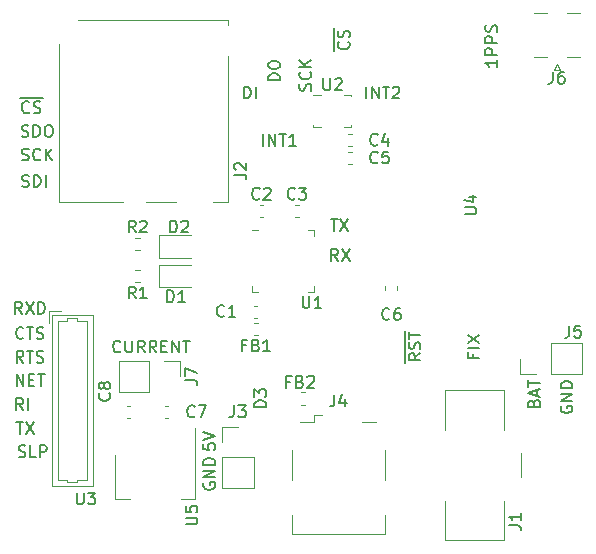
<source format=gbr>
%TF.GenerationSoftware,KiCad,Pcbnew,(6.0.1)*%
%TF.CreationDate,2022-05-25T14:38:50-05:00*%
%TF.ProjectId,aatr-sensor,61617472-2d73-4656-9e73-6f722e6b6963,1*%
%TF.SameCoordinates,Original*%
%TF.FileFunction,Legend,Top*%
%TF.FilePolarity,Positive*%
%FSLAX46Y46*%
G04 Gerber Fmt 4.6, Leading zero omitted, Abs format (unit mm)*
G04 Created by KiCad (PCBNEW (6.0.1)) date 2022-05-25 14:38:50*
%MOMM*%
%LPD*%
G01*
G04 APERTURE LIST*
%ADD10C,0.150000*%
%ADD11C,0.120000*%
%ADD12C,0.100000*%
G04 APERTURE END LIST*
D10*
X109928571Y-101107142D02*
X109880952Y-101154761D01*
X109738095Y-101202380D01*
X109642857Y-101202380D01*
X109500000Y-101154761D01*
X109404761Y-101059523D01*
X109357142Y-100964285D01*
X109309523Y-100773809D01*
X109309523Y-100630952D01*
X109357142Y-100440476D01*
X109404761Y-100345238D01*
X109500000Y-100250000D01*
X109642857Y-100202380D01*
X109738095Y-100202380D01*
X109880952Y-100250000D01*
X109928571Y-100297619D01*
X110357142Y-100202380D02*
X110357142Y-101011904D01*
X110404761Y-101107142D01*
X110452380Y-101154761D01*
X110547619Y-101202380D01*
X110738095Y-101202380D01*
X110833333Y-101154761D01*
X110880952Y-101107142D01*
X110928571Y-101011904D01*
X110928571Y-100202380D01*
X111976190Y-101202380D02*
X111642857Y-100726190D01*
X111404761Y-101202380D02*
X111404761Y-100202380D01*
X111785714Y-100202380D01*
X111880952Y-100250000D01*
X111928571Y-100297619D01*
X111976190Y-100392857D01*
X111976190Y-100535714D01*
X111928571Y-100630952D01*
X111880952Y-100678571D01*
X111785714Y-100726190D01*
X111404761Y-100726190D01*
X112976190Y-101202380D02*
X112642857Y-100726190D01*
X112404761Y-101202380D02*
X112404761Y-100202380D01*
X112785714Y-100202380D01*
X112880952Y-100250000D01*
X112928571Y-100297619D01*
X112976190Y-100392857D01*
X112976190Y-100535714D01*
X112928571Y-100630952D01*
X112880952Y-100678571D01*
X112785714Y-100726190D01*
X112404761Y-100726190D01*
X113404761Y-100678571D02*
X113738095Y-100678571D01*
X113880952Y-101202380D02*
X113404761Y-101202380D01*
X113404761Y-100202380D01*
X113880952Y-100202380D01*
X114309523Y-101202380D02*
X114309523Y-100202380D01*
X114880952Y-101202380D01*
X114880952Y-100202380D01*
X115214285Y-100202380D02*
X115785714Y-100202380D01*
X115500000Y-101202380D02*
X115500000Y-100202380D01*
X127738095Y-89952380D02*
X128309523Y-89952380D01*
X128023809Y-90952380D02*
X128023809Y-89952380D01*
X128547619Y-89952380D02*
X129214285Y-90952380D01*
X129214285Y-89952380D02*
X128547619Y-90952380D01*
X144928571Y-105488095D02*
X144976190Y-105345238D01*
X145023809Y-105297619D01*
X145119047Y-105250000D01*
X145261904Y-105250000D01*
X145357142Y-105297619D01*
X145404761Y-105345238D01*
X145452380Y-105440476D01*
X145452380Y-105821428D01*
X144452380Y-105821428D01*
X144452380Y-105488095D01*
X144500000Y-105392857D01*
X144547619Y-105345238D01*
X144642857Y-105297619D01*
X144738095Y-105297619D01*
X144833333Y-105345238D01*
X144880952Y-105392857D01*
X144928571Y-105488095D01*
X144928571Y-105821428D01*
X145166666Y-104869047D02*
X145166666Y-104392857D01*
X145452380Y-104964285D02*
X144452380Y-104630952D01*
X145452380Y-104297619D01*
X144452380Y-104107142D02*
X144452380Y-103535714D01*
X145452380Y-103821428D02*
X144452380Y-103821428D01*
X101589285Y-84904761D02*
X101732142Y-84952380D01*
X101970238Y-84952380D01*
X102065476Y-84904761D01*
X102113095Y-84857142D01*
X102160714Y-84761904D01*
X102160714Y-84666666D01*
X102113095Y-84571428D01*
X102065476Y-84523809D01*
X101970238Y-84476190D01*
X101779761Y-84428571D01*
X101684523Y-84380952D01*
X101636904Y-84333333D01*
X101589285Y-84238095D01*
X101589285Y-84142857D01*
X101636904Y-84047619D01*
X101684523Y-84000000D01*
X101779761Y-83952380D01*
X102017857Y-83952380D01*
X102160714Y-84000000D01*
X103160714Y-84857142D02*
X103113095Y-84904761D01*
X102970238Y-84952380D01*
X102875000Y-84952380D01*
X102732142Y-84904761D01*
X102636904Y-84809523D01*
X102589285Y-84714285D01*
X102541666Y-84523809D01*
X102541666Y-84380952D01*
X102589285Y-84190476D01*
X102636904Y-84095238D01*
X102732142Y-84000000D01*
X102875000Y-83952380D01*
X102970238Y-83952380D01*
X103113095Y-84000000D01*
X103160714Y-84047619D01*
X103589285Y-84952380D02*
X103589285Y-83952380D01*
X104160714Y-84952380D02*
X103732142Y-84380952D01*
X104160714Y-83952380D02*
X103589285Y-84523809D01*
X101702380Y-99982142D02*
X101654761Y-100029761D01*
X101511904Y-100077380D01*
X101416666Y-100077380D01*
X101273809Y-100029761D01*
X101178571Y-99934523D01*
X101130952Y-99839285D01*
X101083333Y-99648809D01*
X101083333Y-99505952D01*
X101130952Y-99315476D01*
X101178571Y-99220238D01*
X101273809Y-99125000D01*
X101416666Y-99077380D01*
X101511904Y-99077380D01*
X101654761Y-99125000D01*
X101702380Y-99172619D01*
X101988095Y-99077380D02*
X102559523Y-99077380D01*
X102273809Y-100077380D02*
X102273809Y-99077380D01*
X102845238Y-100029761D02*
X102988095Y-100077380D01*
X103226190Y-100077380D01*
X103321428Y-100029761D01*
X103369047Y-99982142D01*
X103416666Y-99886904D01*
X103416666Y-99791666D01*
X103369047Y-99696428D01*
X103321428Y-99648809D01*
X103226190Y-99601190D01*
X103035714Y-99553571D01*
X102940476Y-99505952D01*
X102892857Y-99458333D01*
X102845238Y-99363095D01*
X102845238Y-99267857D01*
X102892857Y-99172619D01*
X102940476Y-99125000D01*
X103035714Y-99077380D01*
X103273809Y-99077380D01*
X103416666Y-99125000D01*
X101601190Y-87154761D02*
X101744047Y-87202380D01*
X101982142Y-87202380D01*
X102077380Y-87154761D01*
X102125000Y-87107142D01*
X102172619Y-87011904D01*
X102172619Y-86916666D01*
X102125000Y-86821428D01*
X102077380Y-86773809D01*
X101982142Y-86726190D01*
X101791666Y-86678571D01*
X101696428Y-86630952D01*
X101648809Y-86583333D01*
X101601190Y-86488095D01*
X101601190Y-86392857D01*
X101648809Y-86297619D01*
X101696428Y-86250000D01*
X101791666Y-86202380D01*
X102029761Y-86202380D01*
X102172619Y-86250000D01*
X102601190Y-87202380D02*
X102601190Y-86202380D01*
X102839285Y-86202380D01*
X102982142Y-86250000D01*
X103077380Y-86345238D01*
X103125000Y-86440476D01*
X103172619Y-86630952D01*
X103172619Y-86773809D01*
X103125000Y-86964285D01*
X103077380Y-87059523D01*
X102982142Y-87154761D01*
X102839285Y-87202380D01*
X102601190Y-87202380D01*
X103601190Y-87202380D02*
X103601190Y-86202380D01*
X101583333Y-97952380D02*
X101250000Y-97476190D01*
X101011904Y-97952380D02*
X101011904Y-96952380D01*
X101392857Y-96952380D01*
X101488095Y-97000000D01*
X101535714Y-97047619D01*
X101583333Y-97142857D01*
X101583333Y-97285714D01*
X101535714Y-97380952D01*
X101488095Y-97428571D01*
X101392857Y-97476190D01*
X101011904Y-97476190D01*
X101916666Y-96952380D02*
X102583333Y-97952380D01*
X102583333Y-96952380D02*
X101916666Y-97952380D01*
X102964285Y-97952380D02*
X102964285Y-96952380D01*
X103202380Y-96952380D01*
X103345238Y-97000000D01*
X103440476Y-97095238D01*
X103488095Y-97190476D01*
X103535714Y-97380952D01*
X103535714Y-97523809D01*
X103488095Y-97714285D01*
X103440476Y-97809523D01*
X103345238Y-97904761D01*
X103202380Y-97952380D01*
X102964285Y-97952380D01*
X117000000Y-112261904D02*
X116952380Y-112357142D01*
X116952380Y-112500000D01*
X117000000Y-112642857D01*
X117095238Y-112738095D01*
X117190476Y-112785714D01*
X117380952Y-112833333D01*
X117523809Y-112833333D01*
X117714285Y-112785714D01*
X117809523Y-112738095D01*
X117904761Y-112642857D01*
X117952380Y-112500000D01*
X117952380Y-112404761D01*
X117904761Y-112261904D01*
X117857142Y-112214285D01*
X117523809Y-112214285D01*
X117523809Y-112404761D01*
X117952380Y-111785714D02*
X116952380Y-111785714D01*
X117952380Y-111214285D01*
X116952380Y-111214285D01*
X117952380Y-110738095D02*
X116952380Y-110738095D01*
X116952380Y-110500000D01*
X117000000Y-110357142D01*
X117095238Y-110261904D01*
X117190476Y-110214285D01*
X117380952Y-110166666D01*
X117523809Y-110166666D01*
X117714285Y-110214285D01*
X117809523Y-110261904D01*
X117904761Y-110357142D01*
X117952380Y-110500000D01*
X117952380Y-110738095D01*
X123452380Y-78164404D02*
X122452380Y-78164404D01*
X122452380Y-77926309D01*
X122500000Y-77783452D01*
X122595238Y-77688214D01*
X122690476Y-77640595D01*
X122880952Y-77592976D01*
X123023809Y-77592976D01*
X123214285Y-77640595D01*
X123309523Y-77688214D01*
X123404761Y-77783452D01*
X123452380Y-77926309D01*
X123452380Y-78164404D01*
X122452380Y-76973928D02*
X122452380Y-76783452D01*
X122500000Y-76688214D01*
X122595238Y-76592976D01*
X122785714Y-76545357D01*
X123119047Y-76545357D01*
X123309523Y-76592976D01*
X123404761Y-76688214D01*
X123452380Y-76783452D01*
X123452380Y-76973928D01*
X123404761Y-77069166D01*
X123309523Y-77164404D01*
X123119047Y-77212023D01*
X122785714Y-77212023D01*
X122595238Y-77164404D01*
X122500000Y-77069166D01*
X122452380Y-76973928D01*
X126029761Y-79035714D02*
X126077380Y-78892857D01*
X126077380Y-78654761D01*
X126029761Y-78559523D01*
X125982142Y-78511904D01*
X125886904Y-78464285D01*
X125791666Y-78464285D01*
X125696428Y-78511904D01*
X125648809Y-78559523D01*
X125601190Y-78654761D01*
X125553571Y-78845238D01*
X125505952Y-78940476D01*
X125458333Y-78988095D01*
X125363095Y-79035714D01*
X125267857Y-79035714D01*
X125172619Y-78988095D01*
X125125000Y-78940476D01*
X125077380Y-78845238D01*
X125077380Y-78607142D01*
X125125000Y-78464285D01*
X125982142Y-77464285D02*
X126029761Y-77511904D01*
X126077380Y-77654761D01*
X126077380Y-77750000D01*
X126029761Y-77892857D01*
X125934523Y-77988095D01*
X125839285Y-78035714D01*
X125648809Y-78083333D01*
X125505952Y-78083333D01*
X125315476Y-78035714D01*
X125220238Y-77988095D01*
X125125000Y-77892857D01*
X125077380Y-77750000D01*
X125077380Y-77654761D01*
X125125000Y-77511904D01*
X125172619Y-77464285D01*
X126077380Y-77035714D02*
X125077380Y-77035714D01*
X126077380Y-76464285D02*
X125505952Y-76892857D01*
X125077380Y-76464285D02*
X125648809Y-77035714D01*
X128333333Y-93452380D02*
X128000000Y-92976190D01*
X127761904Y-93452380D02*
X127761904Y-92452380D01*
X128142857Y-92452380D01*
X128238095Y-92500000D01*
X128285714Y-92547619D01*
X128333333Y-92642857D01*
X128333333Y-92785714D01*
X128285714Y-92880952D01*
X128238095Y-92928571D01*
X128142857Y-92976190D01*
X127761904Y-92976190D01*
X128666666Y-92452380D02*
X129333333Y-93452380D01*
X129333333Y-92452380D02*
X128666666Y-93452380D01*
X128045000Y-75726190D02*
X128045000Y-74726190D01*
X129232142Y-74916666D02*
X129279761Y-74964285D01*
X129327380Y-75107142D01*
X129327380Y-75202380D01*
X129279761Y-75345238D01*
X129184523Y-75440476D01*
X129089285Y-75488095D01*
X128898809Y-75535714D01*
X128755952Y-75535714D01*
X128565476Y-75488095D01*
X128470238Y-75440476D01*
X128375000Y-75345238D01*
X128327380Y-75202380D01*
X128327380Y-75107142D01*
X128375000Y-74964285D01*
X128422619Y-74916666D01*
X128045000Y-74726190D02*
X128045000Y-73773809D01*
X129279761Y-74535714D02*
X129327380Y-74392857D01*
X129327380Y-74154761D01*
X129279761Y-74059523D01*
X129232142Y-74011904D01*
X129136904Y-73964285D01*
X129041666Y-73964285D01*
X128946428Y-74011904D01*
X128898809Y-74059523D01*
X128851190Y-74154761D01*
X128803571Y-74345238D01*
X128755952Y-74440476D01*
X128708333Y-74488095D01*
X128613095Y-74535714D01*
X128517857Y-74535714D01*
X128422619Y-74488095D01*
X128375000Y-74440476D01*
X128327380Y-74345238D01*
X128327380Y-74107142D01*
X128375000Y-73964285D01*
X101130952Y-104077380D02*
X101130952Y-103077380D01*
X101702380Y-104077380D01*
X101702380Y-103077380D01*
X102178571Y-103553571D02*
X102511904Y-103553571D01*
X102654761Y-104077380D02*
X102178571Y-104077380D01*
X102178571Y-103077380D01*
X102654761Y-103077380D01*
X102940476Y-103077380D02*
X103511904Y-103077380D01*
X103226190Y-104077380D02*
X103226190Y-103077380D01*
X101702380Y-102077380D02*
X101369047Y-101601190D01*
X101130952Y-102077380D02*
X101130952Y-101077380D01*
X101511904Y-101077380D01*
X101607142Y-101125000D01*
X101654761Y-101172619D01*
X101702380Y-101267857D01*
X101702380Y-101410714D01*
X101654761Y-101505952D01*
X101607142Y-101553571D01*
X101511904Y-101601190D01*
X101130952Y-101601190D01*
X101988095Y-101077380D02*
X102559523Y-101077380D01*
X102273809Y-102077380D02*
X102273809Y-101077380D01*
X102845238Y-102029761D02*
X102988095Y-102077380D01*
X103226190Y-102077380D01*
X103321428Y-102029761D01*
X103369047Y-101982142D01*
X103416666Y-101886904D01*
X103416666Y-101791666D01*
X103369047Y-101696428D01*
X103321428Y-101648809D01*
X103226190Y-101601190D01*
X103035714Y-101553571D01*
X102940476Y-101505952D01*
X102892857Y-101458333D01*
X102845238Y-101363095D01*
X102845238Y-101267857D01*
X102892857Y-101172619D01*
X102940476Y-101125000D01*
X103035714Y-101077380D01*
X103273809Y-101077380D01*
X103416666Y-101125000D01*
X116952380Y-108940476D02*
X116952380Y-109416666D01*
X117428571Y-109464285D01*
X117380952Y-109416666D01*
X117333333Y-109321428D01*
X117333333Y-109083333D01*
X117380952Y-108988095D01*
X117428571Y-108940476D01*
X117523809Y-108892857D01*
X117761904Y-108892857D01*
X117857142Y-108940476D01*
X117904761Y-108988095D01*
X117952380Y-109083333D01*
X117952380Y-109321428D01*
X117904761Y-109416666D01*
X117857142Y-109464285D01*
X116952380Y-108607142D02*
X117952380Y-108273809D01*
X116952380Y-107940476D01*
X139803571Y-101321428D02*
X139803571Y-101654761D01*
X140327380Y-101654761D02*
X139327380Y-101654761D01*
X139327380Y-101178571D01*
X140327380Y-100797619D02*
X139327380Y-100797619D01*
X139327380Y-100416666D02*
X140327380Y-99750000D01*
X139327380Y-99750000D02*
X140327380Y-100416666D01*
X141827380Y-76440476D02*
X141827380Y-77011904D01*
X141827380Y-76726190D02*
X140827380Y-76726190D01*
X140970238Y-76821428D01*
X141065476Y-76916666D01*
X141113095Y-77011904D01*
X141827380Y-76011904D02*
X140827380Y-76011904D01*
X140827380Y-75630952D01*
X140875000Y-75535714D01*
X140922619Y-75488095D01*
X141017857Y-75440476D01*
X141160714Y-75440476D01*
X141255952Y-75488095D01*
X141303571Y-75535714D01*
X141351190Y-75630952D01*
X141351190Y-76011904D01*
X141827380Y-75011904D02*
X140827380Y-75011904D01*
X140827380Y-74630952D01*
X140875000Y-74535714D01*
X140922619Y-74488095D01*
X141017857Y-74440476D01*
X141160714Y-74440476D01*
X141255952Y-74488095D01*
X141303571Y-74535714D01*
X141351190Y-74630952D01*
X141351190Y-75011904D01*
X141779761Y-74059523D02*
X141827380Y-73916666D01*
X141827380Y-73678571D01*
X141779761Y-73583333D01*
X141732142Y-73535714D01*
X141636904Y-73488095D01*
X141541666Y-73488095D01*
X141446428Y-73535714D01*
X141398809Y-73583333D01*
X141351190Y-73678571D01*
X141303571Y-73869047D01*
X141255952Y-73964285D01*
X141208333Y-74011904D01*
X141113095Y-74059523D01*
X141017857Y-74059523D01*
X140922619Y-74011904D01*
X140875000Y-73964285D01*
X140827380Y-73869047D01*
X140827380Y-73630952D01*
X140875000Y-73488095D01*
X147250000Y-105761904D02*
X147202380Y-105857142D01*
X147202380Y-106000000D01*
X147250000Y-106142857D01*
X147345238Y-106238095D01*
X147440476Y-106285714D01*
X147630952Y-106333333D01*
X147773809Y-106333333D01*
X147964285Y-106285714D01*
X148059523Y-106238095D01*
X148154761Y-106142857D01*
X148202380Y-106000000D01*
X148202380Y-105904761D01*
X148154761Y-105761904D01*
X148107142Y-105714285D01*
X147773809Y-105714285D01*
X147773809Y-105904761D01*
X148202380Y-105285714D02*
X147202380Y-105285714D01*
X148202380Y-104714285D01*
X147202380Y-104714285D01*
X148202380Y-104238095D02*
X147202380Y-104238095D01*
X147202380Y-104000000D01*
X147250000Y-103857142D01*
X147345238Y-103761904D01*
X147440476Y-103714285D01*
X147630952Y-103666666D01*
X147773809Y-103666666D01*
X147964285Y-103714285D01*
X148059523Y-103761904D01*
X148154761Y-103857142D01*
X148202380Y-104000000D01*
X148202380Y-104238095D01*
X134045000Y-102107142D02*
X134045000Y-101107142D01*
X135327380Y-101297619D02*
X134851190Y-101630952D01*
X135327380Y-101869047D02*
X134327380Y-101869047D01*
X134327380Y-101488095D01*
X134375000Y-101392857D01*
X134422619Y-101345238D01*
X134517857Y-101297619D01*
X134660714Y-101297619D01*
X134755952Y-101345238D01*
X134803571Y-101392857D01*
X134851190Y-101488095D01*
X134851190Y-101869047D01*
X134045000Y-101107142D02*
X134045000Y-100154761D01*
X135279761Y-100916666D02*
X135327380Y-100773809D01*
X135327380Y-100535714D01*
X135279761Y-100440476D01*
X135232142Y-100392857D01*
X135136904Y-100345238D01*
X135041666Y-100345238D01*
X134946428Y-100392857D01*
X134898809Y-100440476D01*
X134851190Y-100535714D01*
X134803571Y-100726190D01*
X134755952Y-100821428D01*
X134708333Y-100869047D01*
X134613095Y-100916666D01*
X134517857Y-100916666D01*
X134422619Y-100869047D01*
X134375000Y-100821428D01*
X134327380Y-100726190D01*
X134327380Y-100488095D01*
X134375000Y-100345238D01*
X134045000Y-100154761D02*
X134045000Y-99392857D01*
X134327380Y-100059523D02*
X134327380Y-99488095D01*
X135327380Y-99773809D02*
X134327380Y-99773809D01*
X101309523Y-110029761D02*
X101452380Y-110077380D01*
X101690476Y-110077380D01*
X101785714Y-110029761D01*
X101833333Y-109982142D01*
X101880952Y-109886904D01*
X101880952Y-109791666D01*
X101833333Y-109696428D01*
X101785714Y-109648809D01*
X101690476Y-109601190D01*
X101500000Y-109553571D01*
X101404761Y-109505952D01*
X101357142Y-109458333D01*
X101309523Y-109363095D01*
X101309523Y-109267857D01*
X101357142Y-109172619D01*
X101404761Y-109125000D01*
X101500000Y-109077380D01*
X101738095Y-109077380D01*
X101880952Y-109125000D01*
X102785714Y-110077380D02*
X102309523Y-110077380D01*
X102309523Y-109077380D01*
X103119047Y-110077380D02*
X103119047Y-109077380D01*
X103500000Y-109077380D01*
X103595238Y-109125000D01*
X103642857Y-109172619D01*
X103690476Y-109267857D01*
X103690476Y-109410714D01*
X103642857Y-109505952D01*
X103595238Y-109553571D01*
X103500000Y-109601190D01*
X103119047Y-109601190D01*
X101565476Y-82904761D02*
X101708333Y-82952380D01*
X101946428Y-82952380D01*
X102041666Y-82904761D01*
X102089285Y-82857142D01*
X102136904Y-82761904D01*
X102136904Y-82666666D01*
X102089285Y-82571428D01*
X102041666Y-82523809D01*
X101946428Y-82476190D01*
X101755952Y-82428571D01*
X101660714Y-82380952D01*
X101613095Y-82333333D01*
X101565476Y-82238095D01*
X101565476Y-82142857D01*
X101613095Y-82047619D01*
X101660714Y-82000000D01*
X101755952Y-81952380D01*
X101994047Y-81952380D01*
X102136904Y-82000000D01*
X102565476Y-82952380D02*
X102565476Y-81952380D01*
X102803571Y-81952380D01*
X102946428Y-82000000D01*
X103041666Y-82095238D01*
X103089285Y-82190476D01*
X103136904Y-82380952D01*
X103136904Y-82523809D01*
X103089285Y-82714285D01*
X103041666Y-82809523D01*
X102946428Y-82904761D01*
X102803571Y-82952380D01*
X102565476Y-82952380D01*
X103755952Y-81952380D02*
X103946428Y-81952380D01*
X104041666Y-82000000D01*
X104136904Y-82095238D01*
X104184523Y-82285714D01*
X104184523Y-82619047D01*
X104136904Y-82809523D01*
X104041666Y-82904761D01*
X103946428Y-82952380D01*
X103755952Y-82952380D01*
X103660714Y-82904761D01*
X103565476Y-82809523D01*
X103517857Y-82619047D01*
X103517857Y-82285714D01*
X103565476Y-82095238D01*
X103660714Y-82000000D01*
X103755952Y-81952380D01*
X120375000Y-79702380D02*
X120375000Y-78702380D01*
X120613095Y-78702380D01*
X120755952Y-78750000D01*
X120851190Y-78845238D01*
X120898809Y-78940476D01*
X120946428Y-79130952D01*
X120946428Y-79273809D01*
X120898809Y-79464285D01*
X120851190Y-79559523D01*
X120755952Y-79654761D01*
X120613095Y-79702380D01*
X120375000Y-79702380D01*
X121375000Y-79702380D02*
X121375000Y-78702380D01*
X101398809Y-79670000D02*
X102398809Y-79670000D01*
X102208333Y-80857142D02*
X102160714Y-80904761D01*
X102017857Y-80952380D01*
X101922619Y-80952380D01*
X101779761Y-80904761D01*
X101684523Y-80809523D01*
X101636904Y-80714285D01*
X101589285Y-80523809D01*
X101589285Y-80380952D01*
X101636904Y-80190476D01*
X101684523Y-80095238D01*
X101779761Y-80000000D01*
X101922619Y-79952380D01*
X102017857Y-79952380D01*
X102160714Y-80000000D01*
X102208333Y-80047619D01*
X102398809Y-79670000D02*
X103351190Y-79670000D01*
X102589285Y-80904761D02*
X102732142Y-80952380D01*
X102970238Y-80952380D01*
X103065476Y-80904761D01*
X103113095Y-80857142D01*
X103160714Y-80761904D01*
X103160714Y-80666666D01*
X103113095Y-80571428D01*
X103065476Y-80523809D01*
X102970238Y-80476190D01*
X102779761Y-80428571D01*
X102684523Y-80380952D01*
X102636904Y-80333333D01*
X102589285Y-80238095D01*
X102589285Y-80142857D01*
X102636904Y-80047619D01*
X102684523Y-80000000D01*
X102779761Y-79952380D01*
X103017857Y-79952380D01*
X103160714Y-80000000D01*
X101696428Y-106077380D02*
X101363095Y-105601190D01*
X101125000Y-106077380D02*
X101125000Y-105077380D01*
X101505952Y-105077380D01*
X101601190Y-105125000D01*
X101648809Y-105172619D01*
X101696428Y-105267857D01*
X101696428Y-105410714D01*
X101648809Y-105505952D01*
X101601190Y-105553571D01*
X101505952Y-105601190D01*
X101125000Y-105601190D01*
X102125000Y-106077380D02*
X102125000Y-105077380D01*
X121994047Y-83702380D02*
X121994047Y-82702380D01*
X122470238Y-83702380D02*
X122470238Y-82702380D01*
X123041666Y-83702380D01*
X123041666Y-82702380D01*
X123375000Y-82702380D02*
X123946428Y-82702380D01*
X123660714Y-83702380D02*
X123660714Y-82702380D01*
X124803571Y-83702380D02*
X124232142Y-83702380D01*
X124517857Y-83702380D02*
X124517857Y-82702380D01*
X124422619Y-82845238D01*
X124327380Y-82940476D01*
X124232142Y-82988095D01*
X130744047Y-79702380D02*
X130744047Y-78702380D01*
X131220238Y-79702380D02*
X131220238Y-78702380D01*
X131791666Y-79702380D01*
X131791666Y-78702380D01*
X132125000Y-78702380D02*
X132696428Y-78702380D01*
X132410714Y-79702380D02*
X132410714Y-78702380D01*
X132982142Y-78797619D02*
X133029761Y-78750000D01*
X133125000Y-78702380D01*
X133363095Y-78702380D01*
X133458333Y-78750000D01*
X133505952Y-78797619D01*
X133553571Y-78892857D01*
X133553571Y-78988095D01*
X133505952Y-79130952D01*
X132934523Y-79702380D01*
X133553571Y-79702380D01*
X101113095Y-107077380D02*
X101684523Y-107077380D01*
X101398809Y-108077380D02*
X101398809Y-107077380D01*
X101922619Y-107077380D02*
X102589285Y-108077380D01*
X102589285Y-107077380D02*
X101922619Y-108077380D01*
%TO.C,U5*%
X115452380Y-115761904D02*
X116261904Y-115761904D01*
X116357142Y-115714285D01*
X116404761Y-115666666D01*
X116452380Y-115571428D01*
X116452380Y-115380952D01*
X116404761Y-115285714D01*
X116357142Y-115238095D01*
X116261904Y-115190476D01*
X115452380Y-115190476D01*
X115452380Y-114238095D02*
X115452380Y-114714285D01*
X115928571Y-114761904D01*
X115880952Y-114714285D01*
X115833333Y-114619047D01*
X115833333Y-114380952D01*
X115880952Y-114285714D01*
X115928571Y-114238095D01*
X116023809Y-114190476D01*
X116261904Y-114190476D01*
X116357142Y-114238095D01*
X116404761Y-114285714D01*
X116452380Y-114380952D01*
X116452380Y-114619047D01*
X116404761Y-114714285D01*
X116357142Y-114761904D01*
%TO.C,U3*%
X106238095Y-113074880D02*
X106238095Y-113884404D01*
X106285714Y-113979642D01*
X106333333Y-114027261D01*
X106428571Y-114074880D01*
X106619047Y-114074880D01*
X106714285Y-114027261D01*
X106761904Y-113979642D01*
X106809523Y-113884404D01*
X106809523Y-113074880D01*
X107190476Y-113074880D02*
X107809523Y-113074880D01*
X107476190Y-113455833D01*
X107619047Y-113455833D01*
X107714285Y-113503452D01*
X107761904Y-113551071D01*
X107809523Y-113646309D01*
X107809523Y-113884404D01*
X107761904Y-113979642D01*
X107714285Y-114027261D01*
X107619047Y-114074880D01*
X107333333Y-114074880D01*
X107238095Y-114027261D01*
X107190476Y-113979642D01*
%TO.C,J4*%
X128041666Y-104789880D02*
X128041666Y-105504166D01*
X127994047Y-105647023D01*
X127898809Y-105742261D01*
X127755952Y-105789880D01*
X127660714Y-105789880D01*
X128946428Y-105123214D02*
X128946428Y-105789880D01*
X128708333Y-104742261D02*
X128470238Y-105456547D01*
X129089285Y-105456547D01*
%TO.C,J6*%
X146541666Y-77452380D02*
X146541666Y-78166666D01*
X146494047Y-78309523D01*
X146398809Y-78404761D01*
X146255952Y-78452380D01*
X146160714Y-78452380D01*
X147446428Y-77452380D02*
X147255952Y-77452380D01*
X147160714Y-77500000D01*
X147113095Y-77547619D01*
X147017857Y-77690476D01*
X146970238Y-77880952D01*
X146970238Y-78261904D01*
X147017857Y-78357142D01*
X147065476Y-78404761D01*
X147160714Y-78452380D01*
X147351190Y-78452380D01*
X147446428Y-78404761D01*
X147494047Y-78357142D01*
X147541666Y-78261904D01*
X147541666Y-78023809D01*
X147494047Y-77928571D01*
X147446428Y-77880952D01*
X147351190Y-77833333D01*
X147160714Y-77833333D01*
X147065476Y-77880952D01*
X147017857Y-77928571D01*
X146970238Y-78023809D01*
%TO.C,J5*%
X147916666Y-98952380D02*
X147916666Y-99666666D01*
X147869047Y-99809523D01*
X147773809Y-99904761D01*
X147630952Y-99952380D01*
X147535714Y-99952380D01*
X148869047Y-98952380D02*
X148392857Y-98952380D01*
X148345238Y-99428571D01*
X148392857Y-99380952D01*
X148488095Y-99333333D01*
X148726190Y-99333333D01*
X148821428Y-99380952D01*
X148869047Y-99428571D01*
X148916666Y-99523809D01*
X148916666Y-99761904D01*
X148869047Y-99857142D01*
X148821428Y-99904761D01*
X148726190Y-99952380D01*
X148488095Y-99952380D01*
X148392857Y-99904761D01*
X148345238Y-99857142D01*
%TO.C,J7*%
X115432380Y-103583333D02*
X116146666Y-103583333D01*
X116289523Y-103630952D01*
X116384761Y-103726190D01*
X116432380Y-103869047D01*
X116432380Y-103964285D01*
X115432380Y-103202380D02*
X115432380Y-102535714D01*
X116432380Y-102964285D01*
%TO.C,C3*%
X124708333Y-88177142D02*
X124660714Y-88224761D01*
X124517857Y-88272380D01*
X124422619Y-88272380D01*
X124279761Y-88224761D01*
X124184523Y-88129523D01*
X124136904Y-88034285D01*
X124089285Y-87843809D01*
X124089285Y-87700952D01*
X124136904Y-87510476D01*
X124184523Y-87415238D01*
X124279761Y-87320000D01*
X124422619Y-87272380D01*
X124517857Y-87272380D01*
X124660714Y-87320000D01*
X124708333Y-87367619D01*
X125041666Y-87272380D02*
X125660714Y-87272380D01*
X125327380Y-87653333D01*
X125470238Y-87653333D01*
X125565476Y-87700952D01*
X125613095Y-87748571D01*
X125660714Y-87843809D01*
X125660714Y-88081904D01*
X125613095Y-88177142D01*
X125565476Y-88224761D01*
X125470238Y-88272380D01*
X125184523Y-88272380D01*
X125089285Y-88224761D01*
X125041666Y-88177142D01*
%TO.C,C5*%
X131708333Y-85107142D02*
X131660714Y-85154761D01*
X131517857Y-85202380D01*
X131422619Y-85202380D01*
X131279761Y-85154761D01*
X131184523Y-85059523D01*
X131136904Y-84964285D01*
X131089285Y-84773809D01*
X131089285Y-84630952D01*
X131136904Y-84440476D01*
X131184523Y-84345238D01*
X131279761Y-84250000D01*
X131422619Y-84202380D01*
X131517857Y-84202380D01*
X131660714Y-84250000D01*
X131708333Y-84297619D01*
X132613095Y-84202380D02*
X132136904Y-84202380D01*
X132089285Y-84678571D01*
X132136904Y-84630952D01*
X132232142Y-84583333D01*
X132470238Y-84583333D01*
X132565476Y-84630952D01*
X132613095Y-84678571D01*
X132660714Y-84773809D01*
X132660714Y-85011904D01*
X132613095Y-85107142D01*
X132565476Y-85154761D01*
X132470238Y-85202380D01*
X132232142Y-85202380D01*
X132136904Y-85154761D01*
X132089285Y-85107142D01*
%TO.C,R1*%
X111208333Y-96632380D02*
X110875000Y-96156190D01*
X110636904Y-96632380D02*
X110636904Y-95632380D01*
X111017857Y-95632380D01*
X111113095Y-95680000D01*
X111160714Y-95727619D01*
X111208333Y-95822857D01*
X111208333Y-95965714D01*
X111160714Y-96060952D01*
X111113095Y-96108571D01*
X111017857Y-96156190D01*
X110636904Y-96156190D01*
X112160714Y-96632380D02*
X111589285Y-96632380D01*
X111875000Y-96632380D02*
X111875000Y-95632380D01*
X111779761Y-95775238D01*
X111684523Y-95870476D01*
X111589285Y-95918095D01*
%TO.C,FB2*%
X124291666Y-103678571D02*
X123958333Y-103678571D01*
X123958333Y-104202380D02*
X123958333Y-103202380D01*
X124434523Y-103202380D01*
X125148809Y-103678571D02*
X125291666Y-103726190D01*
X125339285Y-103773809D01*
X125386904Y-103869047D01*
X125386904Y-104011904D01*
X125339285Y-104107142D01*
X125291666Y-104154761D01*
X125196428Y-104202380D01*
X124815476Y-104202380D01*
X124815476Y-103202380D01*
X125148809Y-103202380D01*
X125244047Y-103250000D01*
X125291666Y-103297619D01*
X125339285Y-103392857D01*
X125339285Y-103488095D01*
X125291666Y-103583333D01*
X125244047Y-103630952D01*
X125148809Y-103678571D01*
X124815476Y-103678571D01*
X125767857Y-103297619D02*
X125815476Y-103250000D01*
X125910714Y-103202380D01*
X126148809Y-103202380D01*
X126244047Y-103250000D01*
X126291666Y-103297619D01*
X126339285Y-103392857D01*
X126339285Y-103488095D01*
X126291666Y-103630952D01*
X125720238Y-104202380D01*
X126339285Y-104202380D01*
%TO.C,C6*%
X132708333Y-98357142D02*
X132660714Y-98404761D01*
X132517857Y-98452380D01*
X132422619Y-98452380D01*
X132279761Y-98404761D01*
X132184523Y-98309523D01*
X132136904Y-98214285D01*
X132089285Y-98023809D01*
X132089285Y-97880952D01*
X132136904Y-97690476D01*
X132184523Y-97595238D01*
X132279761Y-97500000D01*
X132422619Y-97452380D01*
X132517857Y-97452380D01*
X132660714Y-97500000D01*
X132708333Y-97547619D01*
X133565476Y-97452380D02*
X133375000Y-97452380D01*
X133279761Y-97500000D01*
X133232142Y-97547619D01*
X133136904Y-97690476D01*
X133089285Y-97880952D01*
X133089285Y-98261904D01*
X133136904Y-98357142D01*
X133184523Y-98404761D01*
X133279761Y-98452380D01*
X133470238Y-98452380D01*
X133565476Y-98404761D01*
X133613095Y-98357142D01*
X133660714Y-98261904D01*
X133660714Y-98023809D01*
X133613095Y-97928571D01*
X133565476Y-97880952D01*
X133470238Y-97833333D01*
X133279761Y-97833333D01*
X133184523Y-97880952D01*
X133136904Y-97928571D01*
X133089285Y-98023809D01*
%TO.C,U2*%
X127113095Y-78002380D02*
X127113095Y-78811904D01*
X127160714Y-78907142D01*
X127208333Y-78954761D01*
X127303571Y-79002380D01*
X127494047Y-79002380D01*
X127589285Y-78954761D01*
X127636904Y-78907142D01*
X127684523Y-78811904D01*
X127684523Y-78002380D01*
X128113095Y-78097619D02*
X128160714Y-78050000D01*
X128255952Y-78002380D01*
X128494047Y-78002380D01*
X128589285Y-78050000D01*
X128636904Y-78097619D01*
X128684523Y-78192857D01*
X128684523Y-78288095D01*
X128636904Y-78430952D01*
X128065476Y-79002380D01*
X128684523Y-79002380D01*
%TO.C,U4*%
X139077380Y-89511904D02*
X139886904Y-89511904D01*
X139982142Y-89464285D01*
X140029761Y-89416666D01*
X140077380Y-89321428D01*
X140077380Y-89130952D01*
X140029761Y-89035714D01*
X139982142Y-88988095D01*
X139886904Y-88940476D01*
X139077380Y-88940476D01*
X139410714Y-88035714D02*
X140077380Y-88035714D01*
X139029761Y-88273809D02*
X139744047Y-88511904D01*
X139744047Y-87892857D01*
%TO.C,R2*%
X111208333Y-91047380D02*
X110875000Y-90571190D01*
X110636904Y-91047380D02*
X110636904Y-90047380D01*
X111017857Y-90047380D01*
X111113095Y-90095000D01*
X111160714Y-90142619D01*
X111208333Y-90237857D01*
X111208333Y-90380714D01*
X111160714Y-90475952D01*
X111113095Y-90523571D01*
X111017857Y-90571190D01*
X110636904Y-90571190D01*
X111589285Y-90142619D02*
X111636904Y-90095000D01*
X111732142Y-90047380D01*
X111970238Y-90047380D01*
X112065476Y-90095000D01*
X112113095Y-90142619D01*
X112160714Y-90237857D01*
X112160714Y-90333095D01*
X112113095Y-90475952D01*
X111541666Y-91047380D01*
X112160714Y-91047380D01*
%TO.C,J1*%
X142827380Y-115833333D02*
X143541666Y-115833333D01*
X143684523Y-115880952D01*
X143779761Y-115976190D01*
X143827380Y-116119047D01*
X143827380Y-116214285D01*
X143827380Y-114833333D02*
X143827380Y-115404761D01*
X143827380Y-115119047D02*
X142827380Y-115119047D01*
X142970238Y-115214285D01*
X143065476Y-115309523D01*
X143113095Y-115404761D01*
%TO.C,C4*%
X131708333Y-83607142D02*
X131660714Y-83654761D01*
X131517857Y-83702380D01*
X131422619Y-83702380D01*
X131279761Y-83654761D01*
X131184523Y-83559523D01*
X131136904Y-83464285D01*
X131089285Y-83273809D01*
X131089285Y-83130952D01*
X131136904Y-82940476D01*
X131184523Y-82845238D01*
X131279761Y-82750000D01*
X131422619Y-82702380D01*
X131517857Y-82702380D01*
X131660714Y-82750000D01*
X131708333Y-82797619D01*
X132565476Y-83035714D02*
X132565476Y-83702380D01*
X132327380Y-82654761D02*
X132089285Y-83369047D01*
X132708333Y-83369047D01*
%TO.C,C8*%
X108982142Y-104666666D02*
X109029761Y-104714285D01*
X109077380Y-104857142D01*
X109077380Y-104952380D01*
X109029761Y-105095238D01*
X108934523Y-105190476D01*
X108839285Y-105238095D01*
X108648809Y-105285714D01*
X108505952Y-105285714D01*
X108315476Y-105238095D01*
X108220238Y-105190476D01*
X108125000Y-105095238D01*
X108077380Y-104952380D01*
X108077380Y-104857142D01*
X108125000Y-104714285D01*
X108172619Y-104666666D01*
X108505952Y-104095238D02*
X108458333Y-104190476D01*
X108410714Y-104238095D01*
X108315476Y-104285714D01*
X108267857Y-104285714D01*
X108172619Y-104238095D01*
X108125000Y-104190476D01*
X108077380Y-104095238D01*
X108077380Y-103904761D01*
X108125000Y-103809523D01*
X108172619Y-103761904D01*
X108267857Y-103714285D01*
X108315476Y-103714285D01*
X108410714Y-103761904D01*
X108458333Y-103809523D01*
X108505952Y-103904761D01*
X108505952Y-104095238D01*
X108553571Y-104190476D01*
X108601190Y-104238095D01*
X108696428Y-104285714D01*
X108886904Y-104285714D01*
X108982142Y-104238095D01*
X109029761Y-104190476D01*
X109077380Y-104095238D01*
X109077380Y-103904761D01*
X109029761Y-103809523D01*
X108982142Y-103761904D01*
X108886904Y-103714285D01*
X108696428Y-103714285D01*
X108601190Y-103761904D01*
X108553571Y-103809523D01*
X108505952Y-103904761D01*
%TO.C,D2*%
X114136904Y-91052380D02*
X114136904Y-90052380D01*
X114375000Y-90052380D01*
X114517857Y-90100000D01*
X114613095Y-90195238D01*
X114660714Y-90290476D01*
X114708333Y-90480952D01*
X114708333Y-90623809D01*
X114660714Y-90814285D01*
X114613095Y-90909523D01*
X114517857Y-91004761D01*
X114375000Y-91052380D01*
X114136904Y-91052380D01*
X115089285Y-90147619D02*
X115136904Y-90100000D01*
X115232142Y-90052380D01*
X115470238Y-90052380D01*
X115565476Y-90100000D01*
X115613095Y-90147619D01*
X115660714Y-90242857D01*
X115660714Y-90338095D01*
X115613095Y-90480952D01*
X115041666Y-91052380D01*
X115660714Y-91052380D01*
%TO.C,C7*%
X116208333Y-106607142D02*
X116160714Y-106654761D01*
X116017857Y-106702380D01*
X115922619Y-106702380D01*
X115779761Y-106654761D01*
X115684523Y-106559523D01*
X115636904Y-106464285D01*
X115589285Y-106273809D01*
X115589285Y-106130952D01*
X115636904Y-105940476D01*
X115684523Y-105845238D01*
X115779761Y-105750000D01*
X115922619Y-105702380D01*
X116017857Y-105702380D01*
X116160714Y-105750000D01*
X116208333Y-105797619D01*
X116541666Y-105702380D02*
X117208333Y-105702380D01*
X116779761Y-106702380D01*
%TO.C,C1*%
X118708333Y-98107142D02*
X118660714Y-98154761D01*
X118517857Y-98202380D01*
X118422619Y-98202380D01*
X118279761Y-98154761D01*
X118184523Y-98059523D01*
X118136904Y-97964285D01*
X118089285Y-97773809D01*
X118089285Y-97630952D01*
X118136904Y-97440476D01*
X118184523Y-97345238D01*
X118279761Y-97250000D01*
X118422619Y-97202380D01*
X118517857Y-97202380D01*
X118660714Y-97250000D01*
X118708333Y-97297619D01*
X119660714Y-98202380D02*
X119089285Y-98202380D01*
X119375000Y-98202380D02*
X119375000Y-97202380D01*
X119279761Y-97345238D01*
X119184523Y-97440476D01*
X119089285Y-97488095D01*
%TO.C,J3*%
X119541666Y-105702380D02*
X119541666Y-106416666D01*
X119494047Y-106559523D01*
X119398809Y-106654761D01*
X119255952Y-106702380D01*
X119160714Y-106702380D01*
X119922619Y-105702380D02*
X120541666Y-105702380D01*
X120208333Y-106083333D01*
X120351190Y-106083333D01*
X120446428Y-106130952D01*
X120494047Y-106178571D01*
X120541666Y-106273809D01*
X120541666Y-106511904D01*
X120494047Y-106607142D01*
X120446428Y-106654761D01*
X120351190Y-106702380D01*
X120065476Y-106702380D01*
X119970238Y-106654761D01*
X119922619Y-106607142D01*
%TO.C,U1*%
X125363095Y-96452380D02*
X125363095Y-97261904D01*
X125410714Y-97357142D01*
X125458333Y-97404761D01*
X125553571Y-97452380D01*
X125744047Y-97452380D01*
X125839285Y-97404761D01*
X125886904Y-97357142D01*
X125934523Y-97261904D01*
X125934523Y-96452380D01*
X126934523Y-97452380D02*
X126363095Y-97452380D01*
X126648809Y-97452380D02*
X126648809Y-96452380D01*
X126553571Y-96595238D01*
X126458333Y-96690476D01*
X126363095Y-96738095D01*
%TO.C,D3*%
X122277380Y-105850595D02*
X121277380Y-105850595D01*
X121277380Y-105612500D01*
X121325000Y-105469642D01*
X121420238Y-105374404D01*
X121515476Y-105326785D01*
X121705952Y-105279166D01*
X121848809Y-105279166D01*
X122039285Y-105326785D01*
X122134523Y-105374404D01*
X122229761Y-105469642D01*
X122277380Y-105612500D01*
X122277380Y-105850595D01*
X121277380Y-104945833D02*
X121277380Y-104326785D01*
X121658333Y-104660119D01*
X121658333Y-104517261D01*
X121705952Y-104422023D01*
X121753571Y-104374404D01*
X121848809Y-104326785D01*
X122086904Y-104326785D01*
X122182142Y-104374404D01*
X122229761Y-104422023D01*
X122277380Y-104517261D01*
X122277380Y-104802976D01*
X122229761Y-104898214D01*
X122182142Y-104945833D01*
%TO.C,D1*%
X113886904Y-96952380D02*
X113886904Y-95952380D01*
X114125000Y-95952380D01*
X114267857Y-96000000D01*
X114363095Y-96095238D01*
X114410714Y-96190476D01*
X114458333Y-96380952D01*
X114458333Y-96523809D01*
X114410714Y-96714285D01*
X114363095Y-96809523D01*
X114267857Y-96904761D01*
X114125000Y-96952380D01*
X113886904Y-96952380D01*
X115410714Y-96952380D02*
X114839285Y-96952380D01*
X115125000Y-96952380D02*
X115125000Y-95952380D01*
X115029761Y-96095238D01*
X114934523Y-96190476D01*
X114839285Y-96238095D01*
%TO.C,C2*%
X121708333Y-88177142D02*
X121660714Y-88224761D01*
X121517857Y-88272380D01*
X121422619Y-88272380D01*
X121279761Y-88224761D01*
X121184523Y-88129523D01*
X121136904Y-88034285D01*
X121089285Y-87843809D01*
X121089285Y-87700952D01*
X121136904Y-87510476D01*
X121184523Y-87415238D01*
X121279761Y-87320000D01*
X121422619Y-87272380D01*
X121517857Y-87272380D01*
X121660714Y-87320000D01*
X121708333Y-87367619D01*
X122089285Y-87367619D02*
X122136904Y-87320000D01*
X122232142Y-87272380D01*
X122470238Y-87272380D01*
X122565476Y-87320000D01*
X122613095Y-87367619D01*
X122660714Y-87462857D01*
X122660714Y-87558095D01*
X122613095Y-87700952D01*
X122041666Y-88272380D01*
X122660714Y-88272380D01*
%TO.C,J2*%
X119582380Y-86163333D02*
X120296666Y-86163333D01*
X120439523Y-86210952D01*
X120534761Y-86306190D01*
X120582380Y-86449047D01*
X120582380Y-86544285D01*
X119677619Y-85734761D02*
X119630000Y-85687142D01*
X119582380Y-85591904D01*
X119582380Y-85353809D01*
X119630000Y-85258571D01*
X119677619Y-85210952D01*
X119772857Y-85163333D01*
X119868095Y-85163333D01*
X120010952Y-85210952D01*
X120582380Y-85782380D01*
X120582380Y-85163333D01*
%TO.C,FB1*%
X120541666Y-100608571D02*
X120208333Y-100608571D01*
X120208333Y-101132380D02*
X120208333Y-100132380D01*
X120684523Y-100132380D01*
X121398809Y-100608571D02*
X121541666Y-100656190D01*
X121589285Y-100703809D01*
X121636904Y-100799047D01*
X121636904Y-100941904D01*
X121589285Y-101037142D01*
X121541666Y-101084761D01*
X121446428Y-101132380D01*
X121065476Y-101132380D01*
X121065476Y-100132380D01*
X121398809Y-100132380D01*
X121494047Y-100180000D01*
X121541666Y-100227619D01*
X121589285Y-100322857D01*
X121589285Y-100418095D01*
X121541666Y-100513333D01*
X121494047Y-100560952D01*
X121398809Y-100608571D01*
X121065476Y-100608571D01*
X122589285Y-101132380D02*
X122017857Y-101132380D01*
X122303571Y-101132380D02*
X122303571Y-100132380D01*
X122208333Y-100275238D01*
X122113095Y-100370476D01*
X122017857Y-100418095D01*
D11*
%TO.C,U5*%
X109465000Y-109862500D02*
X109465000Y-113622500D01*
X109465000Y-113622500D02*
X110725000Y-113622500D01*
X116285000Y-107612500D02*
X116285000Y-113622500D01*
X116285000Y-113622500D02*
X115025000Y-113622500D01*
%TO.C,U3*%
X104165000Y-98015000D02*
X104165000Y-112485000D01*
X104675000Y-105250000D02*
X104675000Y-98525000D01*
X104675000Y-105250000D02*
X104675000Y-111975000D01*
X105425000Y-112175000D02*
X106225000Y-112175000D01*
X107585000Y-112485000D02*
X107585000Y-98015000D01*
X103875000Y-97725000D02*
X104875000Y-97725000D01*
X106225000Y-98525000D02*
X107075000Y-98525000D01*
X106225000Y-111975000D02*
X107075000Y-111975000D01*
X107585000Y-98015000D02*
X104165000Y-98015000D01*
X107075000Y-111975000D02*
X107075000Y-105250000D01*
X105425000Y-98325000D02*
X106225000Y-98325000D01*
X106225000Y-112175000D02*
X106225000Y-111975000D01*
X104165000Y-112485000D02*
X107585000Y-112485000D01*
X105425000Y-111975000D02*
X105425000Y-112175000D01*
X106225000Y-98325000D02*
X106225000Y-98525000D01*
X104675000Y-98525000D02*
X105425000Y-98525000D01*
X107075000Y-98525000D02*
X107075000Y-105250000D01*
X104675000Y-111975000D02*
X105425000Y-111975000D01*
X105425000Y-98525000D02*
X105425000Y-98325000D01*
X103875000Y-97725000D02*
X103875000Y-98725000D01*
%TO.C,J4*%
X126325000Y-106537500D02*
X127025000Y-106537500D01*
X132335000Y-116597500D02*
X132335000Y-114937500D01*
X132335000Y-109437500D02*
X132335000Y-112037500D01*
X124415000Y-114937500D02*
X124415000Y-116597500D01*
X126325000Y-107127500D02*
X126325000Y-106537500D01*
X124415000Y-112037500D02*
X124415000Y-109437500D01*
X125175000Y-107127500D02*
X126325000Y-107127500D01*
X124415000Y-116597500D02*
X132335000Y-116597500D01*
X130425000Y-107127500D02*
X131575000Y-107127500D01*
%TO.C,J6*%
X148825000Y-76210000D02*
X147715000Y-76210000D01*
X146625000Y-77260000D02*
X147125000Y-77260000D01*
X146035000Y-72500000D02*
X144925000Y-72500000D01*
X146875000Y-76760000D02*
X146625000Y-77260000D01*
X147125000Y-77260000D02*
X146875000Y-76760000D01*
X148825000Y-72500000D02*
X147715000Y-72500000D01*
X146035000Y-76210000D02*
X144925000Y-76210000D01*
%TO.C,J5*%
X145100000Y-103080000D02*
X143770000Y-103080000D01*
X148970000Y-103080000D02*
X148970000Y-100420000D01*
X146370000Y-103080000D02*
X148970000Y-103080000D01*
X146370000Y-103080000D02*
X146370000Y-100420000D01*
X143770000Y-103080000D02*
X143770000Y-101750000D01*
X146370000Y-100420000D02*
X148970000Y-100420000D01*
%TO.C,J7*%
X113650000Y-101920000D02*
X114980000Y-101920000D01*
X109780000Y-101920000D02*
X109780000Y-104580000D01*
X112380000Y-101920000D02*
X109780000Y-101920000D01*
X112380000Y-101920000D02*
X112380000Y-104580000D01*
X114980000Y-101920000D02*
X114980000Y-103250000D01*
X112380000Y-104580000D02*
X109780000Y-104580000D01*
%TO.C,C3*%
X124734420Y-89760000D02*
X125015580Y-89760000D01*
X124734420Y-88740000D02*
X125015580Y-88740000D01*
%TO.C,C5*%
X129234420Y-85260000D02*
X129515580Y-85260000D01*
X129234420Y-84240000D02*
X129515580Y-84240000D01*
%TO.C,R1*%
X111612258Y-94227500D02*
X111137742Y-94227500D01*
X111612258Y-95272500D02*
X111137742Y-95272500D01*
%TO.C,FB2*%
X125537779Y-104602500D02*
X125212221Y-104602500D01*
X125537779Y-105622500D02*
X125212221Y-105622500D01*
%TO.C,C6*%
X132365000Y-95609420D02*
X132365000Y-95890580D01*
X133385000Y-95609420D02*
X133385000Y-95890580D01*
%TO.C,U2*%
X129485000Y-79390000D02*
X129485000Y-79540000D01*
X129485000Y-82110000D02*
X129485000Y-81960000D01*
X128835000Y-82110000D02*
X129485000Y-82110000D01*
X126915000Y-82110000D02*
X126265000Y-82110000D01*
X126915000Y-79390000D02*
X126265000Y-79390000D01*
X126265000Y-82110000D02*
X126265000Y-81960000D01*
X128835000Y-79390000D02*
X129485000Y-79390000D01*
%TO.C,R2*%
X111137742Y-92547500D02*
X111612258Y-92547500D01*
X111137742Y-91502500D02*
X111612258Y-91502500D01*
%TO.C,J1*%
X137375000Y-117100000D02*
X137375000Y-113750000D01*
X142375000Y-104400000D02*
X137375000Y-104400000D01*
X143875000Y-111750000D02*
X143875000Y-109750000D01*
X142375000Y-104400000D02*
X142375000Y-107750000D01*
X137375000Y-117100000D02*
X142375000Y-117100000D01*
X137375000Y-104400000D02*
X137375000Y-107750000D01*
X142375000Y-117100000D02*
X142375000Y-113750000D01*
%TO.C,C4*%
X129234420Y-83760000D02*
X129515580Y-83760000D01*
X129234420Y-82740000D02*
X129515580Y-82740000D01*
%TO.C,C8*%
X110459420Y-106760000D02*
X110740580Y-106760000D01*
X110459420Y-105740000D02*
X110740580Y-105740000D01*
%TO.C,D2*%
X113190000Y-93210000D02*
X115875000Y-93210000D01*
X113190000Y-91290000D02*
X113190000Y-93210000D01*
X115875000Y-91290000D02*
X113190000Y-91290000D01*
%TO.C,C7*%
X113684420Y-106760000D02*
X113965580Y-106760000D01*
X113684420Y-105740000D02*
X113965580Y-105740000D01*
%TO.C,C1*%
X121234420Y-98260000D02*
X121515580Y-98260000D01*
X121234420Y-97240000D02*
X121515580Y-97240000D01*
%TO.C,J3*%
X118545000Y-108837500D02*
X118545000Y-107507500D01*
X118545000Y-112707500D02*
X121205000Y-112707500D01*
X118545000Y-110107500D02*
X118545000Y-112707500D01*
X118545000Y-110107500D02*
X121205000Y-110107500D01*
X118545000Y-107507500D02*
X119875000Y-107507500D01*
X121205000Y-110107500D02*
X121205000Y-112707500D01*
%TO.C,U1*%
X121065000Y-96060000D02*
X121065000Y-95585000D01*
X125810000Y-90840000D02*
X126285000Y-90840000D01*
X125810000Y-96060000D02*
X126285000Y-96060000D01*
X126285000Y-90840000D02*
X126285000Y-91315000D01*
X121540000Y-96060000D02*
X121065000Y-96060000D01*
X126285000Y-96060000D02*
X126285000Y-95585000D01*
X121540000Y-90840000D02*
X121065000Y-90840000D01*
D12*
%TO.C,D3*%
X122925000Y-105972500D02*
G75*
G03*
X122925000Y-105972500I-50000J0D01*
G01*
D11*
%TO.C,D1*%
X113190000Y-95710000D02*
X115875000Y-95710000D01*
X113190000Y-93790000D02*
X113190000Y-95710000D01*
X115875000Y-93790000D02*
X113190000Y-93790000D01*
%TO.C,C2*%
X121734420Y-89760000D02*
X122015580Y-89760000D01*
X121734420Y-88740000D02*
X122015580Y-88740000D01*
%TO.C,J2*%
X118999700Y-73509359D02*
X118999700Y-73028400D01*
X118999700Y-88471600D02*
X118999700Y-76079839D01*
X104750300Y-75079838D02*
X104750300Y-88471600D01*
X104750300Y-88471600D02*
X110144560Y-88471600D01*
X118999700Y-73028400D02*
X106306241Y-73028400D01*
X117805440Y-88471600D02*
X118999700Y-88471600D01*
X112105440Y-88471600D02*
X114607024Y-88471600D01*
%TO.C,FB1*%
X121537779Y-98740000D02*
X121212221Y-98740000D01*
X121537779Y-99760000D02*
X121212221Y-99760000D01*
%TD*%
M02*

</source>
